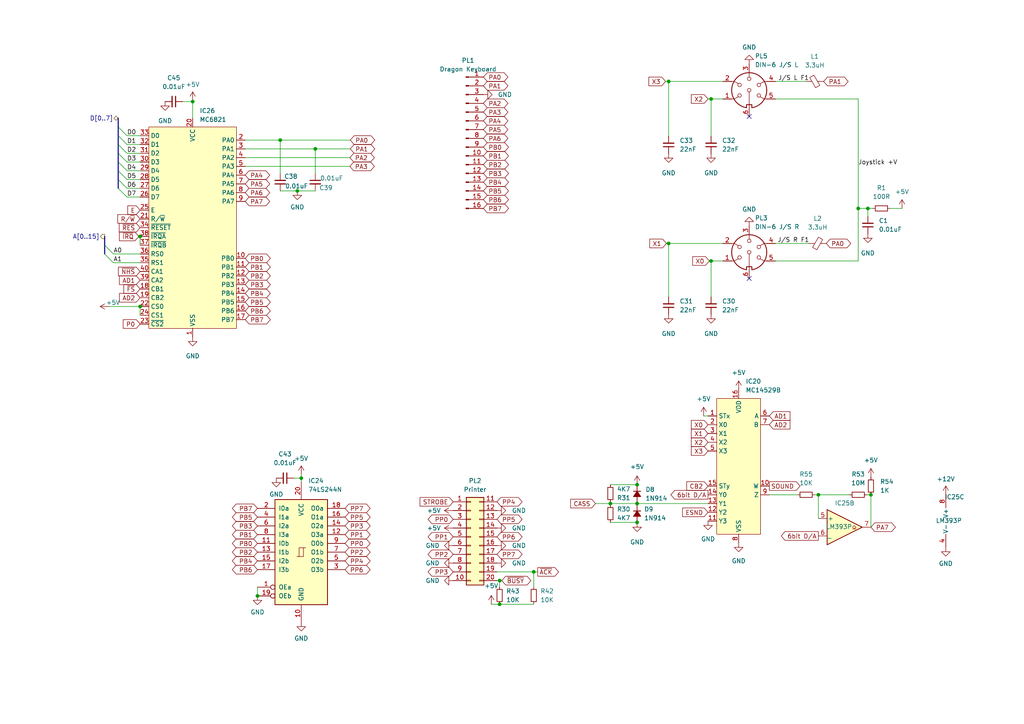
<source format=kicad_sch>
(kicad_sch (version 20231120) (generator "eeschema") (generator_version "8.0")
  (paper "A4")
  (lib_symbols
    (symbol "74xx:74LS244" (pin_names (offset 1.016))
      (property "Reference" "U" (at -7.62 16.51 0))
      (property "Value" "74LS244" (at -7.62 -16.51 0))
      (symbol "74LS244_1_0"
        (pin input inverted (at -12.7 -10.16 0) (length 5.08) (name "OEa") (number "1"))
        (pin power_in line (at 0 -20.32 90) (length 5.08) (name "GND") (number "10"))
        (pin input line (at -12.7 2.54 0) (length 5.08) (name "I0b") (number "11"))
        (pin tri_state line (at 12.7 5.08 180) (length 5.08) (name "O3a") (number "12"))
        (pin input line (at -12.7 0 0) (length 5.08) (name "I1b") (number "13"))
        (pin tri_state line (at 12.7 7.62 180) (length 5.08) (name "O2a") (number "14"))
        (pin input line (at -12.7 -2.54 0) (length 5.08) (name "I2b") (number "15"))
        (pin tri_state line (at 12.7 10.16 180) (length 5.08) (name "O1a") (number "16"))
        (pin input line (at -12.7 -5.08 0) (length 5.08) (name "I3b") (number "17"))
        (pin tri_state line (at 12.7 12.7 180) (length 5.08) (name "O0a") (number "18"))
        (pin input inverted (at -12.7 -12.7 0) (length 5.08) (name "OEb") (number "19"))
        (pin input line (at -12.7 12.7 0) (length 5.08) (name "I0a") (number "2"))
        (pin power_in line (at 0 20.32 270) (length 5.08) (name "VCC") (number "20"))
        (pin tri_state line (at 12.7 -5.08 180) (length 5.08) (name "O3b") (number "3"))
        (pin input line (at -12.7 10.16 0) (length 5.08) (name "I1a") (number "4"))
        (pin tri_state line (at 12.7 -2.54 180) (length 5.08) (name "O2b") (number "5"))
        (pin input line (at -12.7 7.62 0) (length 5.08) (name "I2a") (number "6"))
        (pin tri_state line (at 12.7 0 180) (length 5.08) (name "O1b") (number "7"))
        (pin input line (at -12.7 5.08 0) (length 5.08) (name "I3a") (number "8"))
        (pin tri_state line (at 12.7 2.54 180) (length 5.08) (name "O0b") (number "9"))
      )
    )
    (symbol "Comparator:LM393" (pin_names (offset 0.127))
      (property "Reference" "U" (at 3.81 3.81 0))
      (property "Value" "LM393" (at 6.35 -3.81 0))
      (symbol "LM393_1_1"
        (pin open_collector line (at 7.62 0 180) (length 2.54) (name "~") (number "1"))
        (pin input line (at -7.62 -2.54 0) (length 2.54) (name "-") (number "2"))
        (pin input line (at -7.62 2.54 0) (length 2.54) (name "+") (number "3"))
      )
      (symbol "LM393_2_1"
        (pin input line (at -7.62 2.54 0) (length 2.54) (name "+") (number "5"))
        (pin input line (at -7.62 -2.54 0) (length 2.54) (name "_") (number "6"))
        (pin open_collector line (at 7.62 0 180) (length 2.54) (name "~") (number "7"))
      )
      (symbol "LM393_3_1"
        (pin power_in line (at -2.54 -7.62 90) (length 3.81) (name "V-") (number "4"))
        (pin power_in line (at -2.54 7.62 270) (length 3.81) (name "V+") (number "8"))
      )
    )
    (symbol "Connector:Conn_01x16_Male" (pin_names (offset 1.016) hide)
      (property "Reference" "J" (at 0 20.32 0))
      (property "Value" "Conn_01x16_Male" (at 0 -22.86 0))
      (symbol "Conn_01x16_Male_1_1"
        (pin passive line (at 5.08 17.78 180) (length 3.81) (name "Pin_1") (number "1"))
        (pin passive line (at 5.08 -5.08 180) (length 3.81) (name "Pin_10") (number "10"))
        (pin passive line (at 5.08 -7.62 180) (length 3.81) (name "Pin_11") (number "11"))
        (pin passive line (at 5.08 -10.16 180) (length 3.81) (name "Pin_12") (number "12"))
        (pin passive line (at 5.08 -12.7 180) (length 3.81) (name "Pin_13") (number "13"))
        (pin passive line (at 5.08 -15.24 180) (length 3.81) (name "Pin_14") (number "14"))
        (pin passive line (at 5.08 -17.78 180) (length 3.81) (name "Pin_15") (number "15"))
        (pin passive line (at 5.08 -20.32 180) (length 3.81) (name "Pin_16") (number "16"))
        (pin passive line (at 5.08 15.24 180) (length 3.81) (name "Pin_2") (number "2"))
        (pin passive line (at 5.08 12.7 180) (length 3.81) (name "Pin_3") (number "3"))
        (pin passive line (at 5.08 10.16 180) (length 3.81) (name "Pin_4") (number "4"))
        (pin passive line (at 5.08 7.62 180) (length 3.81) (name "Pin_5") (number "5"))
        (pin passive line (at 5.08 5.08 180) (length 3.81) (name "Pin_6") (number "6"))
        (pin passive line (at 5.08 2.54 180) (length 3.81) (name "Pin_7") (number "7"))
        (pin passive line (at 5.08 0 180) (length 3.81) (name "Pin_8") (number "8"))
        (pin passive line (at 5.08 -2.54 180) (length 3.81) (name "Pin_9") (number "9"))
      )
    )
    (symbol "Connector:DIN-6" (pin_names (offset 1.016))
      (property "Reference" "J" (at 3.175 5.715 0))
      (property "Value" "DIN-6" (at 4.445 -4.445 0))
      (symbol "DIN-6_1_1"
        (pin passive line (at -7.62 -2.54 0) (length 2.54) (name "~") (number "1"))
        (pin passive line (at -7.62 2.54 0) (length 2.54) (name "~") (number "2"))
        (pin passive line (at 0 7.62 270) (length 2.54) (name "~") (number "3"))
        (pin passive line (at 7.62 2.54 180) (length 2.54) (name "~") (number "4"))
        (pin passive line (at 7.62 -2.54 180) (length 2.54) (name "~") (number "5"))
        (pin passive line (at 0 -7.62 90) (length 2.54) (name "~") (number "6"))
      )
    )
    (symbol "Connector_Generic:Conn_02x10_Top_Bottom" (pin_names (offset 1.016) hide)
      (property "Reference" "J" (at 1.27 12.7 0))
      (property "Value" "Conn_02x10_Top_Bottom" (at 1.27 -15.24 0))
      (symbol "Conn_02x10_Top_Bottom_1_1"
        (pin passive line (at -5.08 10.16 0) (length 3.81) (name "Pin_1") (number "1"))
        (pin passive line (at -5.08 -12.7 0) (length 3.81) (name "Pin_10") (number "10"))
        (pin passive line (at 7.62 10.16 180) (length 3.81) (name "Pin_11") (number "11"))
        (pin passive line (at 7.62 7.62 180) (length 3.81) (name "Pin_12") (number "12"))
        (pin passive line (at 7.62 5.08 180) (length 3.81) (name "Pin_13") (number "13"))
        (pin passive line (at 7.62 2.54 180) (length 3.81) (name "Pin_14") (number "14"))
        (pin passive line (at 7.62 0 180) (length 3.81) (name "Pin_15") (number "15"))
        (pin passive line (at 7.62 -2.54 180) (length 3.81) (name "Pin_16") (number "16"))
        (pin passive line (at 7.62 -5.08 180) (length 3.81) (name "Pin_17") (number "17"))
        (pin passive line (at 7.62 -7.62 180) (length 3.81) (name "Pin_18") (number "18"))
        (pin passive line (at 7.62 -10.16 180) (length 3.81) (name "Pin_19") (number "19"))
        (pin passive line (at -5.08 7.62 0) (length 3.81) (name "Pin_2") (number "2"))
        (pin passive line (at 7.62 -12.7 180) (length 3.81) (name "Pin_20") (number "20"))
        (pin passive line (at -5.08 5.08 0) (length 3.81) (name "Pin_3") (number "3"))
        (pin passive line (at -5.08 2.54 0) (length 3.81) (name "Pin_4") (number "4"))
        (pin passive line (at -5.08 0 0) (length 3.81) (name "Pin_5") (number "5"))
        (pin passive line (at -5.08 -2.54 0) (length 3.81) (name "Pin_6") (number "6"))
        (pin passive line (at -5.08 -5.08 0) (length 3.81) (name "Pin_7") (number "7"))
        (pin passive line (at -5.08 -7.62 0) (length 3.81) (name "Pin_8") (number "8"))
        (pin passive line (at -5.08 -10.16 0) (length 3.81) (name "Pin_9") (number "9"))
      )
    )
    (symbol "Device:C_Small" (pin_numbers hide) (pin_names (offset 0.254) hide)
      (property "Reference" "C" (at 0.254 1.778 0))
      (property "Value" "C_Small" (at 0.254 -2.032 0))
      (symbol "C_Small_1_1"
        (pin passive line (at 0 2.54 270) (length 2.032) (name "~") (number "1"))
        (pin passive line (at 0 -2.54 90) (length 2.032) (name "~") (number "2"))
      )
    )
    (symbol "Device:D_Small_Filled" (pin_numbers hide) (pin_names (offset 0.254) hide)
      (property "Reference" "D" (at -1.27 2.032 0))
      (property "Value" "D_Small_Filled" (at -3.81 -2.032 0))
      (symbol "D_Small_Filled_1_1"
        (pin passive line (at -2.54 0 0) (length 1.778) (name "K") (number "1"))
        (pin passive line (at 2.54 0 180) (length 1.778) (name "A") (number "2"))
      )
    )
    (symbol "Device:FerriteBead_Small" (pin_numbers hide) (pin_names (offset 0))
      (property "Reference" "FB" (at 1.905 1.27 0))
      (property "Value" "FerriteBead_Small" (at 1.905 -1.27 0))
      (symbol "FerriteBead_Small_1_1"
        (pin passive line (at 0 2.54 270) (length 1.27) (name "~") (number "1"))
        (pin passive line (at 0 -2.54 90) (length 1.27) (name "~") (number "2"))
      )
    )
    (symbol "Device:R_Small" (pin_numbers hide) (pin_names (offset 0.254) hide)
      (property "Reference" "R" (at 0.762 0.508 0))
      (property "Value" "R_Small" (at 0.762 -1.016 0))
      (symbol "R_Small_1_1"
        (pin passive line (at 0 2.54 270) (length 0.762) (name "~") (number "1"))
        (pin passive line (at 0 -2.54 90) (length 0.762) (name "~") (number "2"))
      )
    )
    (symbol "Motorola PIA:MC14529B"
      (property "Reference" "U" (at 0 1.27 0))
      (property "Value" "MC14529B" (at 0 -1.27 0))
      (symbol "MC14529B_1_1"
        (pin input line (at -8.89 15.24 0) (length 2.54) (name "STx") (number "1"))
        (pin output line (at 8.89 -5.08 180) (length 2.54) (name "W") (number "10"))
        (pin input line (at -8.89 -15.24 0) (length 2.54) (name "Y3") (number "11"))
        (pin input line (at -8.89 -12.7 0) (length 2.54) (name "Y2") (number "12"))
        (pin input line (at -8.89 -10.16 0) (length 2.54) (name "Y1") (number "13"))
        (pin input line (at -8.89 -7.62 0) (length 2.54) (name "Y0") (number "14"))
        (pin input line (at -8.89 -5.08 0) (length 2.54) (name "STy") (number "15"))
        (pin power_in line (at 0 22.86 270) (length 2.54) (name "VDD") (number "16"))
        (pin input line (at -8.89 12.7 0) (length 2.54) (name "X0") (number "2"))
        (pin input line (at -8.89 10.16 0) (length 2.54) (name "X1") (number "3"))
        (pin input line (at -8.89 7.62 0) (length 2.54) (name "X2") (number "4"))
        (pin input line (at -8.89 5.08 0) (length 2.54) (name "X3") (number "5"))
        (pin output line (at 8.89 15.24 180) (length 2.54) (name "A") (number "6"))
        (pin output line (at 8.89 12.7 180) (length 2.54) (name "B") (number "7"))
        (pin power_in line (at 0 -21.59 90) (length 2.54) (name "VSS") (number "8"))
        (pin output line (at 8.89 -7.62 180) (length 2.54) (name "Z") (number "9"))
      )
    )
    (symbol "Motorola PIA:MC6821"
      (property "Reference" "U" (at 0 1.27 0))
      (property "Value" "MC6821" (at 0 -1.27 0))
      (symbol "MC6821_1_1"
        (pin power_in line (at 0 -30.48 90) (length 2.54) (name "VSS") (number "1"))
        (pin bidirectional line (at 15.24 -7.62 180) (length 2.54) (name "PB0") (number "10"))
        (pin bidirectional line (at 15.24 -10.16 180) (length 2.54) (name "PB1") (number "11"))
        (pin bidirectional line (at 15.24 -12.7 180) (length 2.54) (name "PB2") (number "12"))
        (pin bidirectional line (at 15.24 -15.24 180) (length 2.54) (name "PB3") (number "13"))
        (pin bidirectional line (at 15.24 -17.78 180) (length 2.54) (name "PB4") (number "14"))
        (pin bidirectional line (at 15.24 -20.32 180) (length 2.54) (name "PB5") (number "15"))
        (pin bidirectional line (at 15.24 -22.86 180) (length 2.54) (name "PB6") (number "16"))
        (pin bidirectional line (at 15.24 -25.4 180) (length 2.54) (name "PB7") (number "17"))
        (pin input line (at -15.24 -16.51 0) (length 2.54) (name "CB1") (number "18"))
        (pin input line (at -15.24 -19.05 0) (length 2.54) (name "CB2") (number "19"))
        (pin bidirectional line (at 15.24 26.67 180) (length 2.54) (name "PA0") (number "2"))
        (pin power_in line (at 0 33.02 270) (length 2.54) (name "VCC") (number "20"))
        (pin input line (at -15.24 3.81 0) (length 2.54) (name "R/~{W}") (number "21"))
        (pin input line (at -15.24 -21.59 0) (length 2.54) (name "CS0") (number "22"))
        (pin input line (at -15.24 -26.67 0) (length 2.54) (name "~{CS2}") (number "23"))
        (pin input line (at -15.24 -24.13 0) (length 2.54) (name "CS1") (number "24"))
        (pin input line (at -15.24 6.35 0) (length 2.54) (name "E") (number "25"))
        (pin bidirectional line (at -15.24 10.16 0) (length 2.54) (name "D7") (number "26"))
        (pin bidirectional line (at -15.24 12.7 0) (length 2.54) (name "D6") (number "27"))
        (pin bidirectional line (at -15.24 15.24 0) (length 2.54) (name "D5") (number "28"))
        (pin bidirectional line (at -15.24 17.78 0) (length 2.54) (name "D4") (number "29"))
        (pin bidirectional line (at 15.24 24.13 180) (length 2.54) (name "PA1") (number "3"))
        (pin bidirectional line (at -15.24 20.32 0) (length 2.54) (name "D3") (number "30"))
        (pin bidirectional line (at -15.24 22.86 0) (length 2.54) (name "D2") (number "31"))
        (pin bidirectional line (at -15.24 25.4 0) (length 2.54) (name "D1") (number "32"))
        (pin bidirectional line (at -15.24 27.94 0) (length 2.54) (name "D0") (number "33"))
        (pin input line (at -15.24 1.27 0) (length 2.54) (name "~{RESET}") (number "34"))
        (pin input line (at -15.24 -8.89 0) (length 2.54) (name "RS1") (number "35"))
        (pin input line (at -15.24 -6.35 0) (length 2.54) (name "RS0") (number "36"))
        (pin input line (at -15.24 -3.81 0) (length 2.54) (name "~{IRQB}") (number "37"))
        (pin input line (at -15.24 -1.27 0) (length 2.54) (name "~{IRQA}") (number "38"))
        (pin input line (at -15.24 -13.97 0) (length 2.54) (name "CA2") (number "39"))
        (pin bidirectional line (at 15.24 21.59 180) (length 2.54) (name "PA2") (number "4"))
        (pin input line (at -15.24 -11.43 0) (length 2.54) (name "CA1") (number "40"))
        (pin bidirectional line (at 15.24 19.05 180) (length 2.54) (name "PA3") (number "5"))
        (pin bidirectional line (at 15.24 16.51 180) (length 2.54) (name "PA4") (number "6"))
        (pin bidirectional line (at 15.24 13.97 180) (length 2.54) (name "PA5") (number "7"))
        (pin bidirectional line (at 15.24 11.43 180) (length 2.54) (name "PA6") (number "8"))
        (pin bidirectional line (at 15.24 8.89 180) (length 2.54) (name "PA7") (number "9"))
      )
    )
    (symbol "power:+12V" (power) (pin_names (offset 0))
      (property "Value" "+12V" (at 0 3.556 0))
      (symbol "+12V_1_1"
        (pin power_in line (at 0 0 90) (length 0) hide (name "+12V") (number "1"))
      )
    )
    (symbol "power:+5V" (power) (pin_names (offset 0))
      (property "Value" "+5V" (at 0 3.556 0))
      (symbol "+5V_1_1"
        (pin power_in line (at 0 0 90) (length 0) hide (name "+5V") (number "1"))
      )
    )
    (symbol "power:GND" (power) (pin_names (offset 0))
      (property "Value" "GND" (at 0 -3.81 0))
      (symbol "GND_1_1"
        (pin power_in line (at 0 0 270) (length 0) hide (name "GND") (number "1"))
      )
    )
  )
  (junction (at 251.714 60.452))
  (junction (at 87.376 138.684))
  (junction (at 206.248 28.702))
  (junction (at 144.907 168.402))
  (junction (at 40.64 68.58))
  (junction (at 184.785 140.589))
  (junction (at 91.44 43.18))
  (junction (at 252.603 143.51))
  (junction (at 206.248 75.692))
  (junction (at 55.88 29.464))
  (junction (at 74.676 172.847))
  (junction (at 40.64 88.9))
  (junction (at 154.813 165.862))
  (junction (at 237.363 143.51))
  (junction (at 193.929 70.612))
  (junction (at 248.92 60.452))
  (junction (at 177.038 146.05))
  (junction (at 184.785 151.511))
  (junction (at 81.28 40.64))
  (junction (at 184.785 146.05))
  (junction (at 86.233 55.372))
  (junction (at 144.907 175.26))
  (junction (at 193.929 23.622))
  (no_connect (at 217.297 80.772))
  (no_connect (at 217.297 33.782))
  (bus_entry (at 34.29 54.61) (size 2.54 2.54))
  (bus_entry (at 30.353 71.12) (size 2.54 2.54))
  (bus_entry (at 34.29 41.91) (size 2.54 2.54))
  (bus_entry (at 34.29 52.07) (size 2.54 2.54))
  (bus_entry (at 34.29 36.83) (size 2.54 2.54))
  (bus_entry (at 34.29 49.53) (size 2.54 2.54))
  (bus_entry (at 34.29 46.99) (size 2.54 2.54))
  (bus_entry (at 34.29 44.45) (size 2.54 2.54))
  (bus_entry (at 34.29 39.37) (size 2.54 2.54))
  (bus_entry (at 30.353 73.66) (size 2.54 2.54))
  (wire (pts (xy 71.12 40.64) (xy 81.28 40.64)))
  (wire (pts (xy 142.494 175.26) (xy 144.907 175.26)))
  (wire (pts (xy 193.294 70.612) (xy 193.929 70.612)))
  (wire (pts (xy 154.813 165.862) (xy 154.813 170.18)))
  (wire (pts (xy 91.44 43.18) (xy 101.6 43.18)))
  (wire (pts (xy 251.714 60.452) (xy 253.111 60.452)))
  (bus (pts (xy 34.29 36.83) (xy 34.29 39.37)))
  (wire (pts (xy 40.64 88.9) (xy 40.64 91.44)))
  (wire (pts (xy 71.12 48.26) (xy 101.473 48.26)))
  (wire (pts (xy 144.907 168.402) (xy 144.145 168.402)))
  (wire (pts (xy 55.88 29.21) (xy 55.88 29.464)))
  (wire (pts (xy 177.038 146.05) (xy 184.785 146.05)))
  (wire (pts (xy 87.376 138.684) (xy 87.376 139.827)))
  (wire (pts (xy 193.929 70.612) (xy 209.677 70.612)))
  (wire (pts (xy 32.893 76.2) (xy 40.64 76.2)))
  (wire (pts (xy 85.217 138.684) (xy 87.376 138.684)))
  (wire (pts (xy 36.83 41.91) (xy 40.64 41.91)))
  (wire (pts (xy 204.089 120.65) (xy 205.359 120.65)))
  (wire (pts (xy 36.83 39.37) (xy 40.64 39.37)))
  (wire (pts (xy 55.88 29.464) (xy 55.88 34.29)))
  (wire (pts (xy 40.259 68.58) (xy 40.64 68.58)))
  (wire (pts (xy 248.92 75.692) (xy 248.92 60.452)))
  (wire (pts (xy 248.92 60.452) (xy 251.714 60.452)))
  (wire (pts (xy 193.929 23.622) (xy 209.677 23.622)))
  (wire (pts (xy 71.12 45.72) (xy 101.473 45.72)))
  (wire (pts (xy 251.714 62.738) (xy 251.714 60.452)))
  (wire (pts (xy 177.038 140.589) (xy 184.785 140.589)))
  (wire (pts (xy 154.813 165.862) (xy 144.145 165.862)))
  (wire (pts (xy 184.785 140.589) (xy 184.785 140.716)))
  (wire (pts (xy 87.376 137.668) (xy 87.376 138.684)))
  (wire (pts (xy 246.38 143.51) (xy 237.363 143.51)))
  (wire (pts (xy 231.267 143.51) (xy 223.139 143.51)))
  (wire (pts (xy 172.72 146.05) (xy 177.038 146.05)))
  (wire (pts (xy 71.12 43.18) (xy 91.44 43.18)))
  (wire (pts (xy 86.233 55.372) (xy 91.44 55.372)))
  (wire (pts (xy 184.785 146.05) (xy 184.785 145.796)))
  (bus (pts (xy 34.29 44.45) (xy 34.29 46.99)))
  (wire (pts (xy 36.83 54.61) (xy 40.64 54.61)))
  (wire (pts (xy 237.363 143.51) (xy 236.347 143.51)))
  (wire (pts (xy 184.785 151.638) (xy 184.785 151.511)))
  (wire (pts (xy 36.83 49.53) (xy 40.64 49.53)))
  (bus (pts (xy 34.29 39.37) (xy 34.29 41.91)))
  (wire (pts (xy 206.248 28.702) (xy 209.677 28.702)))
  (wire (pts (xy 184.785 146.431) (xy 184.785 146.05)))
  (bus (pts (xy 34.29 41.91) (xy 34.29 44.45)))
  (wire (pts (xy 177.038 145.669) (xy 177.038 146.05)))
  (bus (pts (xy 34.29 46.99) (xy 34.29 49.53)))
  (wire (pts (xy 234.569 70.612) (xy 224.917 70.612)))
  (wire (pts (xy 81.28 40.64) (xy 81.28 50.292)))
  (wire (pts (xy 91.44 43.18) (xy 91.44 50.292)))
  (wire (pts (xy 206.248 75.692) (xy 206.248 86.106)))
  (bus (pts (xy 34.29 52.07) (xy 34.29 54.61)))
  (wire (pts (xy 32.893 73.66) (xy 40.64 73.66)))
  (wire (pts (xy 177.038 151.511) (xy 184.785 151.511)))
  (wire (pts (xy 81.28 55.372) (xy 86.233 55.372)))
  (wire (pts (xy 40.64 68.58) (xy 40.64 71.12)))
  (wire (pts (xy 36.83 57.15) (xy 40.64 57.15)))
  (wire (pts (xy 237.363 143.51) (xy 237.363 150.368)))
  (wire (pts (xy 145.542 168.402) (xy 144.907 168.402)))
  (wire (pts (xy 177.038 146.05) (xy 177.038 146.431)))
  (wire (pts (xy 74.676 170.307) (xy 74.676 172.847)))
  (wire (pts (xy 144.907 175.26) (xy 154.813 175.26)))
  (wire (pts (xy 224.917 75.692) (xy 248.92 75.692)))
  (bus (pts (xy 30.353 68.58) (xy 30.353 71.12)))
  (wire (pts (xy 206.248 75.692) (xy 209.677 75.692)))
  (wire (pts (xy 31.623 88.9) (xy 40.64 88.9)))
  (wire (pts (xy 261.62 60.452) (xy 258.191 60.452)))
  (bus (pts (xy 34.29 49.53) (xy 34.29 52.07)))
  (wire (pts (xy 155.956 165.862) (xy 154.813 165.862)))
  (wire (pts (xy 248.92 28.702) (xy 248.92 60.452)))
  (wire (pts (xy 252.603 143.51) (xy 252.603 152.908)))
  (wire (pts (xy 205.359 28.702) (xy 206.248 28.702)))
  (wire (pts (xy 193.929 70.612) (xy 193.929 86.106)))
  (wire (pts (xy 224.917 28.702) (xy 248.92 28.702)))
  (wire (pts (xy 233.807 23.622) (xy 224.917 23.622)))
  (bus (pts (xy 30.353 71.12) (xy 30.353 73.66)))
  (wire (pts (xy 36.83 46.99) (xy 40.64 46.99)))
  (wire (pts (xy 193.929 23.622) (xy 193.929 39.497)))
  (wire (pts (xy 205.74 75.692) (xy 206.248 75.692)))
  (wire (pts (xy 193.04 23.622) (xy 193.929 23.622)))
  (bus (pts (xy 34.29 34.29) (xy 34.29 36.83)))
  (wire (pts (xy 144.907 168.402) (xy 144.907 170.18)))
  (wire (pts (xy 81.28 40.64) (xy 101.6 40.64)))
  (wire (pts (xy 251.46 143.51) (xy 252.603 143.51)))
  (wire (pts (xy 36.83 44.45) (xy 40.64 44.45)))
  (wire (pts (xy 36.83 52.07) (xy 40.64 52.07)))
  (wire (pts (xy 206.248 28.702) (xy 206.248 39.497)))
  (wire (pts (xy 184.785 146.05) (xy 205.359 146.05)))
  (wire (pts (xy 52.959 29.464) (xy 55.88 29.464)))
  (label "J{slash}S R F1" (at 225.5098 70.612 0))
  (label "D1" (at 36.83 41.91 0))
  (label "D6" (at 36.83 54.61 0))
  (label "D5" (at 36.83 52.07 0))
  (label "D4" (at 36.83 49.53 0))
  (label "D2" (at 36.83 44.45 0))
  (label "Joystick +V" (at 248.92 48.0821 0))
  (label "A0" (at 32.893 73.66 0))
  (label "J{slash}S L F1" (at 225.6825 23.622 0))
  (label "D7" (at 36.83 57.15 0))
  (label "A1" (at 32.893 76.2 0))
  (label "D3" (at 36.83 46.99 0))
  (label "D0" (at 36.83 39.37 0))
  (global_label "PB5" (shape bidirectional) (at 140.208 55.372 0) (property "Intersheetrefs" "${INTERSHEET_REFS}" (effects (hide yes))))
  (global_label "E" (shape input) (at 40.64 60.96 180) (property "Intersheetrefs" "${INTERSHEET_REFS}" (effects (hide yes))))
  (global_label "X0" (shape input) (at 205.359 123.19 180) (property "Intersheetrefs" "${INTERSHEET_REFS}" (effects (hide yes))))
  (global_label "PA0" (shape bidirectional) (at 101.6 40.64 0) (property "Intersheetrefs" "${INTERSHEET_REFS}" (effects (hide yes))))
  (global_label "PB2" (shape bidirectional) (at 71.12 80.01 0) (property "Intersheetrefs" "${INTERSHEET_REFS}" (effects (hide yes))))
  (global_label "PB7" (shape bidirectional) (at 74.676 147.447 180) (property "Intersheetrefs" "${INTERSHEET_REFS}" (effects (hide yes))))
  (global_label "PB4" (shape bidirectional) (at 71.12 85.09 0) (property "Intersheetrefs" "${INTERSHEET_REFS}" (effects (hide yes))))
  (global_label "PP2" (shape bidirectional) (at 131.445 160.782 180) (property "Intersheetrefs" "${INTERSHEET_REFS}" (effects (hide yes))))
  (global_label "PB1" (shape bidirectional) (at 140.208 45.212 0) (property "Intersheetrefs" "${INTERSHEET_REFS}" (effects (hide yes))))
  (global_label "PA6" (shape bidirectional) (at 140.208 40.132 0) (property "Intersheetrefs" "${INTERSHEET_REFS}" (effects (hide yes))))
  (global_label "AD2" (shape input) (at 40.64 86.36 180) (property "Intersheetrefs" "${INTERSHEET_REFS}" (effects (hide yes))))
  (global_label "P0" (shape input) (at 40.64 93.98 180) (property "Intersheetrefs" "${INTERSHEET_REFS}" (effects (hide yes))))
  (global_label "PP6" (shape bidirectional) (at 144.145 155.702 0) (property "Intersheetrefs" "${INTERSHEET_REFS}" (effects (hide yes))))
  (global_label "PA7" (shape bidirectional) (at 252.603 152.908 0) (property "Intersheetrefs" "${INTERSHEET_REFS}" (effects (hide yes))))
  (global_label "CB2" (shape input) (at 205.359 140.97 180) (property "Intersheetrefs" "${INTERSHEET_REFS}" (effects (hide yes))))
  (global_label "PB0" (shape bidirectional) (at 74.676 157.607 180) (property "Intersheetrefs" "${INTERSHEET_REFS}" (effects (hide yes))))
  (global_label "PB7" (shape bidirectional) (at 71.12 92.71 0) (property "Intersheetrefs" "${INTERSHEET_REFS}" (effects (hide yes))))
  (global_label "PB4" (shape bidirectional) (at 140.208 52.832 0) (property "Intersheetrefs" "${INTERSHEET_REFS}" (effects (hide yes))))
  (global_label "PA3" (shape bidirectional) (at 101.473 48.26 0) (property "Intersheetrefs" "${INTERSHEET_REFS}" (effects (hide yes))))
  (global_label "PP0" (shape bidirectional) (at 100.076 157.607 0) (property "Intersheetrefs" "${INTERSHEET_REFS}" (effects (hide yes))))
  (global_label "PA5" (shape bidirectional) (at 71.12 53.34 0) (property "Intersheetrefs" "${INTERSHEET_REFS}" (effects (hide yes))))
  (global_label "~{FS}" (shape input) (at 40.64 83.82 180) (property "Intersheetrefs" "${INTERSHEET_REFS}" (effects (hide yes))))
  (global_label "PB2" (shape bidirectional) (at 74.676 160.147 180) (property "Intersheetrefs" "${INTERSHEET_REFS}" (effects (hide yes))))
  (global_label "X0" (shape input) (at 205.74 75.692 180) (property "Intersheetrefs" "${INTERSHEET_REFS}" (effects (hide yes))))
  (global_label "SOUND" (shape output) (at 223.139 140.97 0) (property "Intersheetrefs" "${INTERSHEET_REFS}" (effects (hide yes))))
  (global_label "PP7" (shape bidirectional) (at 100.076 147.447 0) (property "Intersheetrefs" "${INTERSHEET_REFS}" (effects (hide yes))))
  (global_label "X1" (shape input) (at 205.359 125.73 180) (property "Intersheetrefs" "${INTERSHEET_REFS}" (effects (hide yes))))
  (global_label "PB3" (shape bidirectional) (at 74.676 152.527 180) (property "Intersheetrefs" "${INTERSHEET_REFS}" (effects (hide yes))))
  (global_label "PB6" (shape bidirectional) (at 140.208 57.912 0) (property "Intersheetrefs" "${INTERSHEET_REFS}" (effects (hide yes))))
  (global_label "PA1" (shape bidirectional) (at 238.887 23.622 0) (property "Intersheetrefs" "${INTERSHEET_REFS}" (effects (hide yes))))
  (global_label "~{RES}" (shape input) (at 40.64 66.04 180) (property "Intersheetrefs" "${INTERSHEET_REFS}" (effects (hide yes))))
  (global_label "AD2" (shape input) (at 223.139 123.19 0) (property "Intersheetrefs" "${INTERSHEET_REFS}" (effects (hide yes))))
  (global_label "PA1" (shape bidirectional) (at 140.208 24.892 0) (property "Intersheetrefs" "${INTERSHEET_REFS}" (effects (hide yes))))
  (global_label "PB6" (shape bidirectional) (at 71.12 90.17 0) (property "Intersheetrefs" "${INTERSHEET_REFS}" (effects (hide yes))))
  (global_label "PB1" (shape bidirectional) (at 74.676 155.067 180) (property "Intersheetrefs" "${INTERSHEET_REFS}" (effects (hide yes))))
  (global_label "CASS" (shape input) (at 172.72 146.05 180) (property "Intersheetrefs" "${INTERSHEET_REFS}" (effects (hide yes))))
  (global_label "PP3" (shape bidirectional) (at 100.076 152.527 0) (property "Intersheetrefs" "${INTERSHEET_REFS}" (effects (hide yes))))
  (global_label "PP4" (shape bidirectional) (at 144.145 145.542 0) (property "Intersheetrefs" "${INTERSHEET_REFS}" (effects (hide yes))))
  (global_label "PA0" (shape bidirectional) (at 140.208 22.352 0) (property "Intersheetrefs" "${INTERSHEET_REFS}" (effects (hide yes))))
  (global_label "PA0" (shape bidirectional) (at 239.649 70.612 0) (property "Intersheetrefs" "${INTERSHEET_REFS}" (effects (hide yes))))
  (global_label "PP2" (shape bidirectional) (at 100.076 160.147 0) (property "Intersheetrefs" "${INTERSHEET_REFS}" (effects (hide yes))))
  (global_label "6bit D{slash}A" (shape output) (at 205.359 143.51 180) (property "Intersheetrefs" "${INTERSHEET_REFS}" (effects (hide yes))))
  (global_label "~{BUSY}" (shape bidirectional) (at 145.542 168.402 0) (property "Intersheetrefs" "${INTERSHEET_REFS}" (effects (hide yes))))
  (global_label "PP6" (shape bidirectional) (at 100.076 165.227 0) (property "Intersheetrefs" "${INTERSHEET_REFS}" (effects (hide yes))))
  (global_label "PP5" (shape bidirectional) (at 100.076 149.987 0) (property "Intersheetrefs" "${INTERSHEET_REFS}" (effects (hide yes))))
  (global_label "PA7" (shape bidirectional) (at 71.12 58.42 0) (property "Intersheetrefs" "${INTERSHEET_REFS}" (effects (hide yes))))
  (global_label "PB3" (shape bidirectional) (at 140.208 50.292 0) (property "Intersheetrefs" "${INTERSHEET_REFS}" (effects (hide yes))))
  (global_label "PA6" (shape bidirectional) (at 71.12 55.88 0) (property "Intersheetrefs" "${INTERSHEET_REFS}" (effects (hide yes))))
  (global_label "X3" (shape input) (at 193.04 23.622 180) (property "Intersheetrefs" "${INTERSHEET_REFS}" (effects (hide yes))))
  (global_label "PP7" (shape bidirectional) (at 144.145 160.782 0) (property "Intersheetrefs" "${INTERSHEET_REFS}" (effects (hide yes))))
  (global_label "PA4" (shape bidirectional) (at 71.12 50.8 0) (property "Intersheetrefs" "${INTERSHEET_REFS}" (effects (hide yes))))
  (global_label "PB2" (shape bidirectional) (at 140.208 47.752 0) (property "Intersheetrefs" "${INTERSHEET_REFS}" (effects (hide yes))))
  (global_label "AD1" (shape input) (at 40.64 81.28 180) (property "Intersheetrefs" "${INTERSHEET_REFS}" (effects (hide yes))))
  (global_label "PB6" (shape bidirectional) (at 74.676 165.227 180) (property "Intersheetrefs" "${INTERSHEET_REFS}" (effects (hide yes))))
  (global_label "PA2" (shape bidirectional) (at 140.208 29.972 0) (property "Intersheetrefs" "${INTERSHEET_REFS}" (effects (hide yes))))
  (global_label "PP5" (shape bidirectional) (at 144.145 150.622 0) (property "Intersheetrefs" "${INTERSHEET_REFS}" (effects (hide yes))))
  (global_label "PP3" (shape bidirectional) (at 131.445 165.862 180) (property "Intersheetrefs" "${INTERSHEET_REFS}" (effects (hide yes))))
  (global_label "~{NHS}" (shape input) (at 40.64 78.74 180) (property "Intersheetrefs" "${INTERSHEET_REFS}" (effects (hide yes))))
  (global_label "6bit D{slash}A" (shape output) (at 237.363 155.448 180) (property "Intersheetrefs" "${INTERSHEET_REFS}" (effects (hide yes))))
  (global_label "PA5" (shape bidirectional) (at 140.208 37.592 0) (property "Intersheetrefs" "${INTERSHEET_REFS}" (effects (hide yes))))
  (global_label "PA1" (shape bidirectional) (at 101.6 43.18 0) (property "Intersheetrefs" "${INTERSHEET_REFS}" (effects (hide yes))))
  (global_label "PP1" (shape bidirectional) (at 131.445 155.702 180) (property "Intersheetrefs" "${INTERSHEET_REFS}" (effects (hide yes))))
  (global_label "PA2" (shape bidirectional) (at 101.473 45.72 0) (property "Intersheetrefs" "${INTERSHEET_REFS}" (effects (hide yes))))
  (global_label "PP1" (shape bidirectional) (at 100.076 155.067 0) (property "Intersheetrefs" "${INTERSHEET_REFS}" (effects (hide yes))))
  (global_label "R{slash}~{W}" (shape input) (at 40.64 63.5 180) (property "Intersheetrefs" "${INTERSHEET_REFS}" (effects (hide yes))))
  (global_label "AD1" (shape input) (at 223.139 120.65 0) (property "Intersheetrefs" "${INTERSHEET_REFS}" (effects (hide yes))))
  (global_label "ESND" (shape input) (at 205.359 148.59 180) (property "Intersheetrefs" "${INTERSHEET_REFS}" (effects (hide yes))))
  (global_label "PB0" (shape bidirectional) (at 140.208 42.672 0) (property "Intersheetrefs" "${INTERSHEET_REFS}" (effects (hide yes))))
  (global_label "PP4" (shape bidirectional) (at 100.076 162.687 0) (property "Intersheetrefs" "${INTERSHEET_REFS}" (effects (hide yes))))
  (global_label "PB7" (shape bidirectional) (at 140.208 60.452 0) (property "Intersheetrefs" "${INTERSHEET_REFS}" (effects (hide yes))))
  (global_label "PB0" (shape bidirectional) (at 71.12 74.93 0) (property "Intersheetrefs" "${INTERSHEET_REFS}" (effects (hide yes))))
  (global_label "PA4" (shape bidirectional) (at 140.208 35.052 0) (property "Intersheetrefs" "${INTERSHEET_REFS}" (effects (hide yes))))
  (global_label "PP0" (shape bidirectional) (at 131.445 150.622 180) (property "Intersheetrefs" "${INTERSHEET_REFS}" (effects (hide yes))))
  (global_label "PB5" (shape bidirectional) (at 74.676 149.987 180) (property "Intersheetrefs" "${INTERSHEET_REFS}" (effects (hide yes))))
  (global_label "~{IRQ}" (shape input) (at 40.259 68.58 180) (property "Intersheetrefs" "${INTERSHEET_REFS}" (effects (hide yes))))
  (global_label "~{ACK}" (shape output) (at 155.956 165.862 0) (property "Intersheetrefs" "${INTERSHEET_REFS}" (effects (hide yes))))
  (global_label "X2" (shape input) (at 205.359 28.702 180) (property "Intersheetrefs" "${INTERSHEET_REFS}" (effects (hide yes))))
  (global_label "STROBE" (shape input) (at 131.445 145.542 180) (property "Intersheetrefs" "${INTERSHEET_REFS}" (effects (hide yes))))
  (global_label "X1" (shape input) (at 193.294 70.612 180) (property "Intersheetrefs" "${INTERSHEET_REFS}" (effects (hide yes))))
  (global_label "PB5" (shape bidirectional) (at 71.12 87.63 0) (property "Intersheetrefs" "${INTERSHEET_REFS}" (effects (hide yes))))
  (global_label "X2" (shape input) (at 205.359 128.27 180) (property "Intersheetrefs" "${INTERSHEET_REFS}" (effects (hide yes))))
  (global_label "PB4" (shape bidirectional) (at 74.676 162.687 180) (property "Intersheetrefs" "${INTERSHEET_REFS}" (effects (hide yes))))
  (global_label "PA3" (shape bidirectional) (at 140.208 32.512 0) (property "Intersheetrefs" "${INTERSHEET_REFS}" (effects (hide yes))))
  (global_label "PB3" (shape bidirectional) (at 71.12 82.55 0) (property "Intersheetrefs" "${INTERSHEET_REFS}" (effects (hide yes))))
  (global_label "PB1" (shape bidirectional) (at 71.12 77.47 0) (property "Intersheetrefs" "${INTERSHEET_REFS}" (effects (hide yes))))
  (global_label "X3" (shape input) (at 205.359 130.81 180) (property "Intersheetrefs" "${INTERSHEET_REFS}" (effects (hide yes))))
  (hierarchical_label "A[0..15]" (shape output) (at 30.353 68.58 180))
  (hierarchical_label "D[0..7]" (shape bidirectional) (at 34.29 34.29 180))
  (symbol (lib_id "Device:C_Small") (at 50.419 29.464 270) (unit 1)
    (property "Reference" "C45" (at 50.4126 22.606 90))
    (property "Value" "0.01uF" (at 50.4126 25.146 90))
    (property "Footprint" "Capacitor_THT:C_Disc_D4.3mm_W1.9mm_P5.00mm" (effects (hide yes)))
    (property "Datasheet" "https://www.vishay.com/docs/45171/kseries.pdf" (effects (hide yes)))
    (property "DigiKey" "BC2662CT-ND" (effects (hide yes)))
  )
  (symbol (lib_id "power:+5V") (at 214.249 113.03 0) (unit 1)
    (property "Reference" "#PWR085" (effects (hide yes)))
    (property "Value" "+5V" (at 214.249 108.077 0))
  )
  (symbol (lib_id "power:GND") (at 80.137 138.684 0) (unit 1)
    (property "Reference" "#PWR056" (effects (hide yes)))
    (property "Value" "GND" (at 80.137 143.383 0))
  )
  (symbol (lib_id "power:+5V") (at 261.62 60.452 0) (unit 1)
    (property "Reference" "#PWR091" (effects (hide yes)))
    (property "Value" "+5V" (at 261.62 55.626 0))
  )
  (symbol (lib_id "Device:C_Small") (at 206.248 88.646 180) (unit 1)
    (property "Reference" "C30" (at 209.423 87.3695 0) (effects (justify right)))
    (property "Value" "22nF" (at 209.423 89.9095 0) (effects (justify right)))
    (property "Footprint" "Capacitor_THT:C_Disc_D5.0mm_W2.5mm_P5.00mm" (effects (hide yes)))
    (property "Datasheet" "https://www.vishay.com/docs/45171/kseries.pdf" (effects (hide yes)))
    (property "DigiKey" "BC2677CT-ND" (effects (hide yes)))
  )
  (symbol (lib_id "power:+5V") (at 131.445 148.082 90) (unit 1)
    (property "Reference" "#PWR062" (effects (hide yes)))
    (property "Value" "+5V" (at 127.889 148.0819 90) (effects (justify left)))
  )
  (symbol (lib_id "power:GND") (at 217.297 65.532 180) (unit 1)
    (property "Reference" "#PWR088" (effects (hide yes)))
    (property "Value" "GND" (at 217.297 60.706 0))
  )
  (symbol (lib_id "power:+5V") (at 87.376 137.668 0) (unit 1)
    (property "Reference" "#PWR058" (effects (hide yes)))
    (property "Value" "+5V" (at 87.376 132.969 0))
  )
  (symbol (lib_id "Device:C_Small") (at 251.714 65.278 180) (unit 1)
    (property "Reference" "C1" (at 254.889 64.0015 0) (effects (justify right)))
    (property "Value" "0.01uF" (at 254.889 66.5415 0) (effects (justify right)))
    (property "Footprint" "Capacitor_THT:C_Disc_D4.3mm_W1.9mm_P5.00mm" (effects (hide yes)))
    (property "Datasheet" "https://www.vishay.com/docs/45171/kseries.pdf" (effects (hide yes)))
    (property "DigiKey" "BC2662CT-ND" (effects (hide yes)))
  )
  (symbol (lib_id "Device:C_Small") (at 193.929 88.646 180) (unit 1)
    (property "Reference" "C31" (at 197.104 87.3695 0) (effects (justify right)))
    (property "Value" "22nF" (at 197.104 89.9095 0) (effects (justify right)))
    (property "Footprint" "Capacitor_THT:C_Disc_D5.0mm_W2.5mm_P5.00mm" (effects (hide yes)))
    (property "Datasheet" "https://www.vishay.com/docs/45171/kseries.pdf" (effects (hide yes)))
    (property "DigiKey" "BC2677CT-ND" (effects (hide yes)))
  )
  (symbol (lib_id "Device:C_Small") (at 82.677 138.684 270) (unit 1)
    (property "Reference" "C43" (at 82.6706 131.699 90))
    (property "Value" "0.01uF" (at 82.6706 134.239 90))
    (property "Footprint" "Capacitor_THT:C_Disc_D4.3mm_W1.9mm_P5.00mm" (effects (hide yes)))
    (property "Datasheet" "https://www.vishay.com/docs/45171/kseries.pdf" (effects (hide yes)))
    (property "DigiKey" "BC2662CT-ND" (effects (hide yes)))
  )
  (symbol (lib_id "power:GND") (at 274.32 158.75 0) (unit 1)
    (property "Reference" "#PWR019" (effects (hide yes)))
    (property "Value" "GND" (at 274.32 163.449 0))
  )
  (symbol (lib_id "Connector:Conn_01x16_Male") (at 135.128 40.132 0) (unit 1)
    (property "Reference" "PL1" (at 135.763 17.526 0))
    (property "Value" "Dragon Keyboard" (at 135.763 20.066 0))
    (property "Footprint" "Connector_PinHeader_2.54mm:PinHeader_1x16_P2.54mm_Vertical" (effects (hide yes)))
    (property "DigiKey" "952-2521-ND" (effects (hide yes)))
  )
  (symbol (lib_id "power:GND") (at 193.929 44.577 0) (unit 1)
    (property "Reference" "#PWR079" (effects (hide yes)))
    (property "Value" "GND" (at 193.929 50.165 0))
  )
  (symbol (lib_id "Connector:DIN-6") (at 217.297 26.162 0) (unit 1)
    (property "Reference" "PL5" (at 218.9481 16.256 0) (effects (justify left)))
    (property "Value" "DIN-6 J/S L" (at 218.9481 18.796 0) (effects (justify left)))
    (property "Footprint" "Dragon:DIN-6_DELTRON_671-0601_Horizontal" (effects (hide yes)))
    (property "Datasheet" "https://www.dem-uk.com/deltron-components/Data/Product_Downloads/deltron-671-0501-5-way-din-socket-data.pdf" (effects (hide yes)))
    (property "Note" "RS Components" (effects (hide yes)))
  )
  (symbol (lib_id "Device:C_Small") (at 193.929 42.037 180) (unit 1)
    (property "Reference" "C33" (at 197.104 40.7605 0) (effects (justify right)))
    (property "Value" "22nF" (at 197.104 43.3005 0) (effects (justify right)))
    (property "Footprint" "Capacitor_THT:C_Disc_D5.0mm_W2.5mm_P5.00mm" (effects (hide yes)))
    (property "Datasheet" "https://www.vishay.com/docs/45171/kseries.pdf" (effects (hide yes)))
    (property "DigiKey" "BC2677CT-ND" (effects (hide yes)))
  )
  (symbol (lib_id "power:+5V") (at 31.623 88.9 90) (unit 1)
    (property "Reference" "#PWR036" (effects (hide yes)))
    (property "Value" "+5V" (at 30.734 87.757 90) (effects (justify right)))
  )
  (symbol (lib_id "power:GND") (at 205.359 151.13 0) (unit 1)
    (property "Reference" "#PWR082" (effects (hide yes)))
    (property "Value" "GND" (at 205.359 156.337 0))
  )
  (symbol (lib_id "power:GND") (at 144.145 148.082 90) (mirror x) (unit 1)
    (property "Reference" "#PWR072" (effects (hide yes)))
    (property "Value" "GND" (at 148.463 148.0819 90) (effects (justify right)))
  )
  (symbol (lib_id "Connector:DIN-6") (at 217.297 73.152 0) (unit 1)
    (property "Reference" "PL3" (at 218.9481 63.246 0) (effects (justify left)))
    (property "Value" "DIN-6 J/S R" (at 218.9481 65.786 0) (effects (justify left)))
    (property "Footprint" "Dragon:DIN-6_DELTRON_671-0601_Horizontal" (effects (hide yes)))
    (property "Datasheet" "https://www.dem-uk.com/deltron-components/Data/Product_Downloads/deltron-671-0501-5-way-din-socket-data.pdf" (effects (hide yes)))
    (property "Note" "RS Components" (effects (hide yes)))
  )
  (symbol (lib_id "Device:R_Small") (at 154.813 172.72 180) (unit 1)
    (property "Reference" "R42" (at 156.718 171.4499 0) (effects (justify right)))
    (property "Value" "10K" (at 156.718 173.9899 0) (effects (justify right)))
    (property "Footprint" "Dragon:R_Axial_DIN0309_L9.0mm_D2.5mm_P12.70mm_Horizontal" (effects (hide yes)))
    (property "DigiKey" "CF14JT10K0CT-ND" (effects (hide yes)))
  )
  (symbol (lib_id "power:GND") (at 144.145 163.322 90) (mirror x) (unit 1)
    (property "Reference" "#PWR075" (effects (hide yes)))
    (property "Value" "GND" (at 148.463 163.3219 90) (effects (justify right)))
  )
  (symbol (lib_id "power:GND") (at 184.785 151.638 0) (unit 1)
    (property "Reference" "#PWR078" (effects (hide yes)))
    (property "Value" "GND" (at 184.785 157.226 0))
  )
  (symbol (lib_id "Device:R_Small") (at 252.603 140.97 0) (unit 1)
    (property "Reference" "R54" (at 255.27 139.6999 0) (effects (justify left)))
    (property "Value" "1K" (at 255.27 142.2399 0) (effects (justify left)))
    (property "Footprint" "Dragon:R_Axial_DIN0309_L9.0mm_D2.5mm_P12.70mm_Horizontal" (effects (hide yes)))
    (property "DigiKey" "CF14JT1K00CT-ND" (effects (hide yes)))
  )
  (symbol (lib_id "Device:R_Small") (at 248.92 143.51 270) (unit 1)
    (property "Reference" "R53" (at 248.92 137.541 90))
    (property "Value" "10M" (at 248.92 140.081 90))
    (property "Footprint" "Dragon:R_Axial_DIN0309_L9.0mm_D2.5mm_P12.70mm_Horizontal" (effects (hide yes)))
    (property "DigiKey" "CF14JT10M0CT-ND" (effects (hide yes)))
  )
  (symbol (lib_id "power:GND") (at 47.879 29.464 0) (unit 1)
    (property "Reference" "#PWR042" (effects (hide yes)))
    (property "Value" "GND" (at 47.879 35.052 0))
  )
  (symbol (lib_id "power:GND") (at 251.714 67.818 0) (unit 1)
    (property "Reference" "#PWR089" (effects (hide yes)))
    (property "Value" "GND" (at 251.714 73.406 0))
  )
  (symbol (lib_id "74xx:74LS244") (at 87.376 160.147 0) (unit 1)
    (property "Reference" "IC24" (at 89.3954 139.446 0) (effects (justify left)))
    (property "Value" "74LS244N" (at 89.3954 141.986 0) (effects (justify left)))
    (property "Footprint" "Package_DIP:DIP-20_W7.62mm" (effects (hide yes)))
    (property "Datasheet" "http://www.ti.com/lit/ds/symlink/sn74ls244.pdf" (effects (hide yes)))
    (property "DigiKey" "296-1653-5-ND" (effects (hide yes)))
  )
  (symbol (lib_id "power:+5V") (at 55.88 29.21 0) (unit 1)
    (property "Reference" "#PWR049" (effects (hide yes)))
    (property "Value" "+5V" (at 55.88 24.511 0))
  )
  (symbol (lib_id "power:GND") (at 131.445 158.242 270) (unit 1)
    (property "Reference" "#PWR064" (effects (hide yes)))
    (property "Value" "GND" (at 127.508 158.2419 90) (effects (justify right)))
  )
  (symbol (lib_id "Device:R_Small") (at 144.907 172.72 180) (unit 1)
    (property "Reference" "R43" (at 146.812 171.4499 0) (effects (justify right)))
    (property "Value" "10K" (at 146.812 173.9899 0) (effects (justify right)))
    (property "Footprint" "Dragon:R_Axial_DIN0309_L9.0mm_D2.5mm_P12.70mm_Horizontal" (effects (hide yes)))
    (property "DigiKey" "CF14JT10K0CT-ND" (effects (hide yes)))
  )
  (symbol (lib_id "Comparator:LM393") (at 276.86 151.13 0) (unit 3)
    (property "Reference" "IC25" (at 276.86 144.145 0))
    (property "Value" "LM393P" (at 275.209 151.003 0))
    (property "Footprint" "Package_DIP:DIP-8_W7.62mm" (effects (hide yes)))
    (property "Datasheet" "http://www.ti.com/lit/ds/symlink/lm393.pdf" (effects (hide yes)))
    (property "DigiKey" "296-1398-5-ND" (effects (hide yes)))
  )
  (symbol (lib_id "Device:R_Small") (at 177.038 143.129 0) (mirror y) (unit 1)
    (property "Reference" "R31" (at 178.943 144.3991 0) (effects (justify right)))
    (property "Value" "4K7" (at 178.943 141.8591 0) (effects (justify right)))
    (property "Footprint" "Dragon:R_Axial_DIN0309_L9.0mm_D2.5mm_P12.70mm_Horizontal" (effects (hide yes)))
    (property "DigiKey" "CF14JT4K70CT-ND" (effects (hide yes)))
  )
  (symbol (lib_id "power:GND") (at 86.233 55.372 0) (unit 1)
    (property "Reference" "#PWR054" (effects (hide yes)))
    (property "Value" "GND" (at 86.233 60.071 0))
  )
  (symbol (lib_id "power:+5V") (at 131.445 153.162 90) (unit 1)
    (property "Reference" "#PWR063" (effects (hide yes)))
    (property "Value" "+5V" (at 127.889 153.1619 90) (effects (justify left)))
  )
  (symbol (lib_id "power:GND") (at 193.929 91.186 0) (unit 1)
    (property "Reference" "#PWR080" (effects (hide yes)))
    (property "Value" "GND" (at 193.929 96.774 0))
  )
  (symbol (lib_id "power:+12V") (at 274.32 143.51 0) (unit 1)
    (property "Reference" "#PWR015" (effects (hide yes)))
    (property "Value" "+12V" (at 274.32 138.938 0))
  )
  (symbol (lib_id "Device:C_Small") (at 91.44 52.832 0) (mirror y) (unit 1)
    (property "Reference" "C39" (at 92.583 54.483 0) (effects (justify right)))
    (property "Value" "0.01uF" (at 92.837 51.689 0) (effects (justify right)))
    (property "Footprint" "Capacitor_THT:C_Disc_D4.3mm_W1.9mm_P5.00mm" (effects (hide yes)))
    (property "Datasheet" "https://www.vishay.com/docs/45171/kseries.pdf" (effects (hide yes)))
    (property "DigiKey" "BC1101CT-ND" (effects (hide yes)))
  )
  (symbol (lib_id "Device:C_Small") (at 206.248 42.037 180) (unit 1)
    (property "Reference" "C32" (at 209.423 40.7605 0) (effects (justify right)))
    (property "Value" "22nF" (at 209.423 43.3005 0) (effects (justify right)))
    (property "Footprint" "Capacitor_THT:C_Disc_D5.0mm_W2.5mm_P5.00mm" (effects (hide yes)))
    (property "Datasheet" "https://www.vishay.com/docs/45171/kseries.pdf" (effects (hide yes)))
    (property "DigiKey" "BC2677CT-ND" (effects (hide yes)))
  )
  (symbol (lib_id "Device:D_Small_Filled") (at 184.785 148.971 270) (unit 1)
    (property "Reference" "D9" (at 186.817 147.7009 90) (effects (justify left)))
    (property "Value" "1N914" (at 186.817 150.2409 90) (effects (justify left)))
    (property "Footprint" "Diode_THT:D_DO-35_SOD27_P12.70mm_Horizontal" (effects (hide yes)))
    (property "Datasheet" "http://www.vishay.com/docs/85622/1n914.pdf" (effects (hide yes)))
    (property "DigiKey" "1N914FS-ND" (effects (hide yes)))
  )
  (symbol (lib_id "Device:R_Small") (at 233.807 143.51 270) (unit 1)
    (property "Reference" "R55" (at 233.807 137.541 90))
    (property "Value" "10K" (at 233.807 140.081 90))
    (property "Footprint" "Dragon:R_Axial_DIN0309_L9.0mm_D2.5mm_P12.70mm_Horizontal" (effects (hide yes)))
    (property "DigiKey" "CF14JT10K0CT-ND" (effects (hide yes)))
  )
  (symbol (lib_id "Device:C_Small") (at 81.28 52.832 180) (unit 1)
    (property "Reference" "C38" (at 82.423 51.181 0) (effects (justify right)))
    (property "Value" "0.01uF" (at 82.677 53.975 0) (effects (justify right)))
    (property "Footprint" "Capacitor_THT:C_Disc_D4.3mm_W1.9mm_P5.00mm" (effects (hide yes)))
    (property "Datasheet" "https://www.vishay.com/docs/45171/kseries.pdf" (effects (hide yes)))
    (property "DigiKey" "BC1101CT-ND" (effects (hide yes)))
  )
  (symbol (lib_id "power:GND") (at 214.249 157.48 0) (unit 1)
    (property "Reference" "#PWR086" (effects (hide yes)))
    (property "Value" "GND" (at 214.249 162.687 0))
  )
  (symbol (lib_id "Device:FerriteBead_Small") (at 237.109 70.612 270) (unit 1)
    (property "Reference" "L2" (at 237.1471 63.373 90))
    (property "Value" "3.3uH" (at 237.1471 65.913 90))
    (property "Footprint" "Inductor_THT:L_Axial_L7.0mm_D3.3mm_P12.70mm_Horizontal_Fastron_MICC" (effects (hide yes)))
    (property "DigiKey" "495-5561-1-ND" (effects (hide yes)))
  )
  (symbol (lib_id "power:GND") (at 87.376 180.467 0) (unit 1)
    (property "Reference" "#PWR059" (effects (hide yes)))
    (property "Value" "GND" (at 87.376 185.166 0))
  )
  (symbol (lib_id "power:GND") (at 131.445 168.402 270) (unit 1)
    (property "Reference" "#PWR069" (effects (hide yes)))
    (property "Value" "GND" (at 127.508 168.4019 90) (effects (justify right)))
  )
  (symbol (lib_id "power:GND") (at 217.297 18.542 180) (unit 1)
    (property "Reference" "#PWR087" (effects (hide yes)))
    (property "Value" "GND" (at 217.297 13.716 0))
  )
  (symbol (lib_id "Motorola PIA:MC14529B") (at 214.249 135.89 0) (unit 1)
    (property "Reference" "IC20" (at 216.2684 110.617 0) (effects (justify left)))
    (property "Value" "MC14529B" (at 216.2684 113.157 0) (effects (justify left)))
    (property "Footprint" "Package_DIP:DIP-16_W7.62mm" (effects (hide yes)))
    (property "DigiKey" "CD4529BCN-ND" (effects (hide yes)))
    (property "Note" "obsolete, use donor" (effects (hide yes)))
  )
  (symbol (lib_id "Motorola PIA:MC6821") (at 55.88 67.31 0) (unit 1)
    (property "Reference" "IC26" (at 57.8994 32.131 0) (effects (justify left)))
    (property "Value" "MC6821" (at 57.8994 34.671 0) (effects (justify left)))
    (property "Footprint" "Package_DIP:DIP-40_W15.24mm" (effects (hide yes)))
    (property "DigiKey" "2156-MC6821CS-2156-ND" (effects (hide yes)))
    (property "Note" "donor is preferable" (effects (hide yes)))
  )
  (symbol (lib_id "Device:FerriteBead_Small") (at 236.347 23.622 90) (mirror x) (unit 1)
    (property "Reference" "L1" (at 236.3089 16.383 90))
    (property "Value" "3.3uH" (at 236.3089 18.923 90))
    (property "Footprint" "Inductor_THT:L_Axial_L7.0mm_D3.3mm_P12.70mm_Horizontal_Fastron_MICC" (effects (hide yes)))
    (property "DigiKey" "495-5561-1-ND" (effects (hide yes)))
  )
  (symbol (lib_id "Connector_Generic:Conn_02x10_Top_Bottom") (at 136.525 155.702 0) (unit 1)
    (property "Reference" "PL2" (at 137.795 139.446 0))
    (property "Value" "Printer" (at 137.795 141.986 0))
    (property "Footprint" "Connector_IDC:IDC-Header_2x10-1MP_P2.54mm_Latch_Horizontal" (effects (hide yes)))
    (property "Datasheet" "https://media.digikey.com/pdf/Data%20Sheets/CW%20Industries%20PDFs/CWN-300%20Ordering.pdf" (effects (hide yes)))
    (property "DigiKey" "CHR20G-ND" (effects (hide yes)))
    (property "Note" "or 1195-1707-ND with latches" (effects (hide yes)))
  )
  (symbol (lib_id "power:+5V") (at 184.785 140.589 0) (unit 1)
    (property "Reference" "#PWR077" (effects (hide yes)))
    (property "Value" "+5V" (at 184.785 135.382 0))
  )
  (symbol (lib_id "power:+5V") (at 252.603 138.43 0) (unit 1)
    (property "Reference" "#PWR090" (effects (hide yes)))
    (property "Value" "+5V" (at 252.603 133.477 0))
  )
  (symbol (lib_id "power:GND") (at 206.248 91.186 0) (unit 1)
    (property "Reference" "#PWR084" (effects (hide yes)))
    (property "Value" "GND" (at 206.248 96.774 0))
  )
  (symbol (lib_id "power:GND") (at 131.445 163.322 270) (unit 1)
    (property "Reference" "#PWR068" (effects (hide yes)))
    (property "Value" "GND" (at 127.508 163.3219 90) (effects (justify right)))
  )
  (symbol (lib_id "power:GND") (at 140.208 27.432 90) (unit 1)
    (property "Reference" "#PWR070" (effects (hide yes)))
    (property "Value" "GND" (at 144.399 27.4319 90) (effects (justify right)))
  )
  (symbol (lib_id "power:GND") (at 206.248 44.577 0) (unit 1)
    (property "Reference" "#PWR083" (effects (hide yes)))
    (property "Value" "GND" (at 206.248 50.165 0))
  )
  (symbol (lib_id "Device:R_Small") (at 255.651 60.452 270) (unit 1)
    (property "Reference" "R1" (at 255.651 54.483 90))
    (property "Value" "100R" (at 255.651 57.023 90))
    (property "Footprint" "Dragon:R_Axial_DIN0309_L9.0mm_D2.5mm_P12.70mm_Horizontal" (effects (hide yes)))
    (property "DigiKey" "CF14JT100RCT-ND" (effects (hide yes)))
  )
  (symbol (lib_id "Device:D_Small_Filled") (at 184.785 143.256 270) (unit 1)
    (property "Reference" "D8" (at 187.198 141.9859 90) (effects (justify left)))
    (property "Value" "1N914" (at 187.198 144.5259 90) (effects (justify left)))
    (property "Footprint" "Diode_THT:D_DO-35_SOD27_P12.70mm_Horizontal" (effects (hide yes)))
    (property "Datasheet" "http://www.vishay.com/docs/85622/1n914.pdf" (effects (hide yes)))
    (property "DigiKey" "1N914FS-ND" (effects (hide yes)))
  )
  (symbol (lib_id "Device:R_Small") (at 177.038 148.971 180) (unit 1)
    (property "Reference" "R30" (at 178.943 147.7009 0) (effects (justify right)))
    (property "Value" "4K7" (at 178.943 150.2409 0) (effects (justify right)))
    (property "Footprint" "Dragon:R_Axial_DIN0309_L9.0mm_D2.5mm_P12.70mm_Horizontal" (effects (hide yes)))
    (property "DigiKey" "CF14JT4K70CT-ND" (effects (hide yes)))
  )
  (symbol (lib_id "power:GND") (at 74.676 172.847 0) (unit 1)
    (property "Reference" "#PWR053" (effects (hide yes)))
    (property "Value" "GND" (at 74.676 177.546 0))
  )
  (symbol (lib_id "Comparator:LM393") (at 244.983 152.908 0) (unit 2)
    (property "Reference" "IC25" (at 244.983 145.923 0))
    (property "Value" "LM393P" (at 243.332 152.781 0))
    (property "Footprint" "Package_DIP:DIP-8_W7.62mm" (effects (hide yes)))
    (property "Datasheet" "http://www.ti.com/lit/ds/symlink/lm393.pdf" (effects (hide yes)))
    (property "DigiKey" "296-1398-5-ND" (effects (hide yes)))
  )
  (symbol (lib_id "power:+5V") (at 142.494 175.26 0) (unit 1)
    (property "Reference" "#PWR071" (effects (hide yes)))
    (property "Value" "+5V" (at 142.494 169.926 0))
  )
  (symbol (lib_id "power:GND") (at 144.145 153.162 90) (mirror x) (unit 1)
    (property "Reference" "#PWR073" (effects (hide yes)))
    (property "Value" "GND" (at 148.463 153.1619 90) (effects (justify right)))
  )
  (symbol (lib_id "power:GND") (at 55.88 97.79 0) (unit 1)
    (property "Reference" "#PWR052" (effects (hide yes)))
    (property "Value" "GND" (at 55.88 103.251 0))
  )
  (symbol (lib_id "power:GND") (at 144.145 158.242 90) (mirror x) (unit 1)
    (property "Reference" "#PWR074" (effects (hide yes)))
    (property "Value" "GND" (at 148.463 158.2419 90) (effects (justify right)))
  )
  (symbol (lib_id "power:+5V") (at 204.089 120.65 0) (unit 1)
    (property "Reference" "#PWR081" (effects (hide yes)))
    (property "Value" "+5V" (at 204.089 115.697 0))
  )
)
</source>
